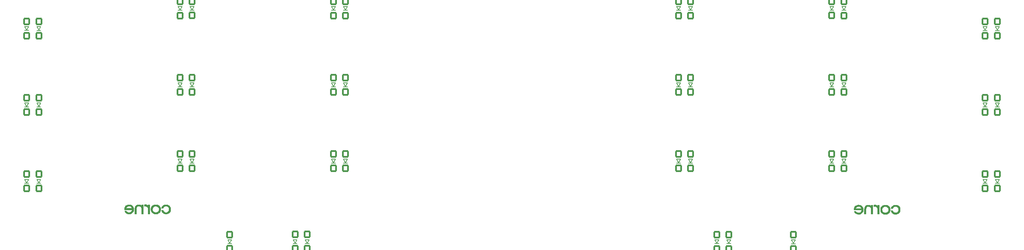
<source format=gbr>
%TF.GenerationSoftware,KiCad,Pcbnew,8.0.3*%
%TF.CreationDate,2024-08-02T01:13:42+01:00*%
%TF.ProjectId,corne-light,636f726e-652d-46c6-9967-68742e6b6963,2.0*%
%TF.SameCoordinates,Original*%
%TF.FileFunction,Legend,Bot*%
%TF.FilePolarity,Positive*%
%FSLAX46Y46*%
G04 Gerber Fmt 4.6, Leading zero omitted, Abs format (unit mm)*
G04 Created by KiCad (PCBNEW 8.0.3) date 2024-08-02 01:13:42*
%MOMM*%
%LPD*%
G01*
G04 APERTURE LIST*
G04 Aperture macros list*
%AMRoundRect*
0 Rectangle with rounded corners*
0 $1 Rounding radius*
0 $2 $3 $4 $5 $6 $7 $8 $9 X,Y pos of 4 corners*
0 Add a 4 corners polygon primitive as box body*
4,1,4,$2,$3,$4,$5,$6,$7,$8,$9,$2,$3,0*
0 Add four circle primitives for the rounded corners*
1,1,$1+$1,$2,$3*
1,1,$1+$1,$4,$5*
1,1,$1+$1,$6,$7*
1,1,$1+$1,$8,$9*
0 Add four rect primitives between the rounded corners*
20,1,$1+$1,$2,$3,$4,$5,0*
20,1,$1+$1,$4,$5,$6,$7,0*
20,1,$1+$1,$6,$7,$8,$9,0*
20,1,$1+$1,$8,$9,$2,$3,0*%
%AMHorizOval*
0 Thick line with rounded ends*
0 $1 width*
0 $2 $3 position (X,Y) of the first rounded end (center of the circle)*
0 $4 $5 position (X,Y) of the second rounded end (center of the circle)*
0 Add line between two ends*
20,1,$1,$2,$3,$4,$5,0*
0 Add two circle primitives to create the rounded ends*
1,1,$1,$2,$3*
1,1,$1,$4,$5*%
G04 Aperture macros list end*
%ADD10C,0.150000*%
%ADD11C,0.010000*%
%ADD12C,4.700000*%
%ADD13RoundRect,0.200000X-0.650000X0.700000X-0.650000X-0.700000X0.650000X-0.700000X0.650000X0.700000X0*%
%ADD14O,1.797000X2.178000*%
%ADD15O,2.900000X2.100000*%
%ADD16C,1.600000*%
%ADD17C,2.400000*%
%ADD18C,2.700000*%
%ADD19HorizOval,2.800000X-0.978148X0.207912X0.978148X-0.207912X0*%
%ADD20HorizOval,2.800000X-0.238157X-0.137500X0.238157X0.137500X0*%
%ADD21C,2.800000*%
%ADD22HorizOval,1.900000X0.735931X-1.249362X-0.735931X1.249362X0*%
%ADD23HorizOval,2.000000X0.150000X-0.259808X-0.150000X0.259808X0*%
%ADD24HorizOval,1.900000X0.175000X-0.303109X-0.175000X0.303109X0*%
%ADD25HorizOval,2.800000X-0.309017X0.951057X0.309017X-0.951057X0*%
%ADD26HorizOval,2.800000X-0.238157X0.137500X0.238157X-0.137500X0*%
%ADD27HorizOval,1.900000X0.714014X1.262016X-0.714014X-1.262016X0*%
%ADD28HorizOval,2.000000X0.150000X0.259808X-0.150000X-0.259808X0*%
%ADD29HorizOval,1.900000X0.175000X0.303109X-0.175000X-0.303109X0*%
%ADD30HorizOval,2.800000X-0.669131X-0.743145X0.669131X0.743145X0*%
%ADD31O,2.800000X3.350000*%
%ADD32HorizOval,1.900000X1.449945X0.012653X-1.449945X-0.012653X0*%
%ADD33O,2.600000X2.000000*%
%ADD34O,2.600000X1.900000*%
%ADD35HorizOval,2.800000X-0.453990X-0.891007X0.453990X0.891007X0*%
%ADD36HorizOval,2.800000X-0.071175X0.265630X0.071175X-0.265630X0*%
%ADD37HorizOval,1.900000X1.397264X0.387496X-1.397264X-0.387496X0*%
%ADD38HorizOval,2.000000X0.289778X0.077646X-0.289778X-0.077646X0*%
%ADD39HorizOval,1.900000X0.338074X0.090587X-0.338074X-0.090587X0*%
%ADD40HorizOval,2.800000X-0.838671X-0.544639X0.838671X0.544639X0*%
%ADD41HorizOval,2.800000X-0.071175X-0.265630X0.071175X0.265630X0*%
%ADD42HorizOval,1.900000X1.403814X-0.363051X-1.403814X0.363051X0*%
%ADD43HorizOval,2.000000X0.289778X-0.077646X-0.289778X0.077646X0*%
%ADD44HorizOval,1.900000X0.338074X-0.090587X-0.338074X0.090587X0*%
%ADD45C,1.924000*%
%ADD46C,0.700000*%
G04 APERTURE END LIST*
D10*
%TO.C,D13*%
X-44152000Y7268625D02*
X-45152000Y7268625D01*
X-45152000Y8268625D02*
X-44652000Y7368625D01*
X-44152000Y8268625D02*
X-45152000Y8268625D01*
X-44652000Y7368625D02*
X-44152000Y8268625D01*
%TO.C,D14*%
X-41152000Y7265500D02*
X-42152000Y7265500D01*
X-42152000Y8265500D02*
X-41652000Y7365500D01*
X-41152000Y8265500D02*
X-42152000Y8265500D01*
X-41652000Y7365500D02*
X-41152000Y8265500D01*
%TO.C,D34*%
X196345347Y7265068D02*
X195345347Y7265068D01*
X195345347Y8265068D02*
X195845347Y7365068D01*
X196345347Y8265068D02*
X195345347Y8265068D01*
X195845347Y7365068D02*
X196345347Y8265068D01*
%TO.C,D12*%
X34848000Y31265500D02*
X33848000Y31265500D01*
X33848000Y32265500D02*
X34348000Y31365500D01*
X34848000Y32265500D02*
X33848000Y32265500D01*
X34348000Y31365500D02*
X34848000Y32265500D01*
%TO.C,D33*%
X117345347Y31265068D02*
X116345347Y31265068D01*
X116345347Y32265068D02*
X116845347Y31365068D01*
X117345347Y32265068D02*
X116345347Y32265068D01*
X116845347Y31365068D02*
X117345347Y32265068D01*
%TO.C,D32*%
X120345347Y31265068D02*
X119345347Y31265068D01*
X119345347Y32265068D02*
X119845347Y31365068D01*
X120345347Y32265068D02*
X119345347Y32265068D01*
X119845347Y31365068D02*
X120345347Y32265068D01*
%TO.C,D31*%
X155345347Y31270068D02*
X154345347Y31270068D01*
X154345347Y32270068D02*
X154845347Y31370068D01*
X155345347Y32270068D02*
X154345347Y32270068D01*
X154845347Y31370068D02*
X155345347Y32270068D01*
%TO.C,D30*%
X158345347Y31265068D02*
X157345347Y31265068D01*
X157345347Y32265068D02*
X157845347Y31365068D01*
X158345347Y32265068D02*
X157345347Y32265068D01*
X157845347Y31365068D02*
X158345347Y32265068D01*
%TO.C,D29*%
X193345347Y26265068D02*
X192345347Y26265068D01*
X192345347Y27265068D02*
X192845347Y26365068D01*
X193345347Y27265068D02*
X192345347Y27265068D01*
X192845347Y26365068D02*
X193345347Y27265068D01*
%TO.C,D28*%
X196345347Y26265068D02*
X195345347Y26265068D01*
X195345347Y27265068D02*
X195845347Y26365068D01*
X196345347Y27265068D02*
X195345347Y27265068D01*
X195845347Y26365068D02*
X196345347Y27265068D01*
%TO.C,D27*%
X117345347Y50265068D02*
X116345347Y50265068D01*
X116345347Y51265068D02*
X116845347Y50365068D01*
X117345347Y51265068D02*
X116345347Y51265068D01*
X116845347Y50365068D02*
X117345347Y51265068D01*
%TO.C,D26*%
X120345347Y50265068D02*
X119345347Y50265068D01*
X119345347Y51265068D02*
X119845347Y50365068D01*
X120345347Y51265068D02*
X119345347Y51265068D01*
X119845347Y50365068D02*
X120345347Y51265068D01*
%TO.C,D25*%
X155345347Y50270068D02*
X154345347Y50270068D01*
X154345347Y51270068D02*
X154845347Y50370068D01*
X155345347Y51270068D02*
X154345347Y51270068D01*
X154845347Y50370068D02*
X155345347Y51270068D01*
%TO.C,D24*%
X158345347Y50265068D02*
X157345347Y50265068D01*
X157345347Y51265068D02*
X157845347Y50365068D01*
X158345347Y51265068D02*
X157345347Y51265068D01*
X157845347Y50365068D02*
X158345347Y51265068D01*
%TO.C,D23*%
X193345347Y45265068D02*
X192345347Y45265068D01*
X192345347Y46265068D02*
X192845347Y45365068D01*
X193345347Y46265068D02*
X192345347Y46265068D01*
X192845347Y45365068D02*
X193345347Y46265068D01*
%TO.C,D22*%
X196345347Y45265068D02*
X195345347Y45265068D01*
X195345347Y46265068D02*
X195845347Y45365068D01*
X196345347Y46265068D02*
X195345347Y46265068D01*
X195845347Y45365068D02*
X196345347Y46265068D01*
%TO.C,D42*%
X126855347Y-7729932D02*
X125855347Y-7729932D01*
X125855347Y-6729932D02*
X126355347Y-7629932D01*
X126855347Y-6729932D02*
X125855347Y-6729932D01*
X126355347Y-7629932D02*
X126855347Y-6729932D01*
%TO.C,D41*%
X129855347Y-7729932D02*
X128855347Y-7729932D01*
X128855347Y-6729932D02*
X129355347Y-7629932D01*
X129855347Y-6729932D02*
X128855347Y-6729932D01*
X129355347Y-7629932D02*
X129855347Y-6729932D01*
%TO.C,D40*%
X145845347Y-7744932D02*
X144845347Y-7744932D01*
X144845347Y-6744932D02*
X145345347Y-7644932D01*
X145845347Y-6744932D02*
X144845347Y-6744932D01*
X145345347Y-7644932D02*
X145845347Y-6744932D01*
%TO.C,D39*%
X117345347Y12265068D02*
X116345347Y12265068D01*
X116345347Y13265068D02*
X116845347Y12365068D01*
X117345347Y13265068D02*
X116345347Y13265068D01*
X116845347Y12365068D02*
X117345347Y13265068D01*
%TO.C,D38*%
X120345347Y12265068D02*
X119345347Y12265068D01*
X119345347Y13265068D02*
X119845347Y12365068D01*
X120345347Y13265068D02*
X119345347Y13265068D01*
X119845347Y12365068D02*
X120345347Y13265068D01*
%TO.C,D37*%
X155345347Y12270068D02*
X154345347Y12270068D01*
X154345347Y13270068D02*
X154845347Y12370068D01*
X155345347Y13270068D02*
X154345347Y13270068D01*
X154845347Y12370068D02*
X155345347Y13270068D01*
%TO.C,D36*%
X158345347Y12265068D02*
X157345347Y12265068D01*
X157345347Y13265068D02*
X157845347Y12365068D01*
X158345347Y13265068D02*
X157345347Y13265068D01*
X157845347Y12365068D02*
X158345347Y13265068D01*
%TO.C,D35*%
X193345347Y7265068D02*
X192345347Y7265068D01*
X192345347Y8265068D02*
X192845347Y7365068D01*
X193345347Y8265068D02*
X192345347Y8265068D01*
X192845347Y7365068D02*
X193345347Y8265068D01*
%TO.C,D1*%
X-44152000Y45268625D02*
X-45152000Y45268625D01*
X-45152000Y46268625D02*
X-44652000Y45368625D01*
X-44152000Y46268625D02*
X-45152000Y46268625D01*
X-44652000Y45368625D02*
X-44152000Y46268625D01*
%TO.C,D2*%
X-41152000Y45265500D02*
X-42152000Y45265500D01*
X-42152000Y46265500D02*
X-41652000Y45365500D01*
X-41152000Y46265500D02*
X-42152000Y46265500D01*
X-41652000Y45365500D02*
X-41152000Y46265500D01*
%TO.C,D3*%
X-6152000Y50265500D02*
X-7152000Y50265500D01*
X-7152000Y51265500D02*
X-6652000Y50365500D01*
X-6152000Y51265500D02*
X-7152000Y51265500D01*
X-6652000Y50365500D02*
X-6152000Y51265500D01*
%TO.C,D4*%
X-3152000Y50270500D02*
X-4152000Y50270500D01*
X-4152000Y51270500D02*
X-3652000Y50370500D01*
X-3152000Y51270500D02*
X-4152000Y51270500D01*
X-3652000Y50370500D02*
X-3152000Y51270500D01*
%TO.C,D5*%
X31848000Y50265500D02*
X30848000Y50265500D01*
X30848000Y51265500D02*
X31348000Y50365500D01*
X31848000Y51265500D02*
X30848000Y51265500D01*
X31348000Y50365500D02*
X31848000Y51265500D01*
%TO.C,D6*%
X34848000Y50265500D02*
X33848000Y50265500D01*
X33848000Y51265500D02*
X34348000Y50365500D01*
X34848000Y51265500D02*
X33848000Y51265500D01*
X34348000Y50365500D02*
X34848000Y51265500D01*
%TO.C,D7*%
X-44152000Y26268625D02*
X-45152000Y26268625D01*
X-45152000Y27268625D02*
X-44652000Y26368625D01*
X-44152000Y27268625D02*
X-45152000Y27268625D01*
X-44652000Y26368625D02*
X-44152000Y27268625D01*
%TO.C,D8*%
X-41152000Y26265500D02*
X-42152000Y26265500D01*
X-42152000Y27265500D02*
X-41652000Y26365500D01*
X-41152000Y27265500D02*
X-42152000Y27265500D01*
X-41652000Y26365500D02*
X-41152000Y27265500D01*
%TO.C,D9*%
X-6152000Y31265500D02*
X-7152000Y31265500D01*
X-7152000Y32265500D02*
X-6652000Y31365500D01*
X-6152000Y32265500D02*
X-7152000Y32265500D01*
X-6652000Y31365500D02*
X-6152000Y32265500D01*
%TO.C,D10*%
X-3152000Y31270500D02*
X-4152000Y31270500D01*
X-4152000Y32270500D02*
X-3652000Y31370500D01*
X-3152000Y32270500D02*
X-4152000Y32270500D01*
X-3652000Y31370500D02*
X-3152000Y32270500D01*
%TO.C,D11*%
X31848000Y31265500D02*
X30848000Y31265500D01*
X30848000Y32265500D02*
X31348000Y31365500D01*
X31848000Y32265500D02*
X30848000Y32265500D01*
X31348000Y31365500D02*
X31848000Y32265500D01*
%TO.C,D15*%
X-6152000Y12265500D02*
X-7152000Y12265500D01*
X-7152000Y13265500D02*
X-6652000Y12365500D01*
X-6152000Y13265500D02*
X-7152000Y13265500D01*
X-6652000Y12365500D02*
X-6152000Y13265500D01*
%TO.C,D16*%
X-3152000Y12270500D02*
X-4152000Y12270500D01*
X-4152000Y13270500D02*
X-3652000Y12370500D01*
X-3152000Y13270500D02*
X-4152000Y13270500D01*
X-3652000Y12370500D02*
X-3152000Y13270500D01*
%TO.C,D17*%
X31848000Y12265500D02*
X30848000Y12265500D01*
X30848000Y13265500D02*
X31348000Y12365500D01*
X31848000Y13265500D02*
X30848000Y13265500D01*
X31348000Y12365500D02*
X31848000Y13265500D01*
%TO.C,D18*%
X34848000Y12265500D02*
X33848000Y12265500D01*
X33848000Y13265500D02*
X34348000Y12365500D01*
X34848000Y13265500D02*
X33848000Y13265500D01*
X34348000Y12365500D02*
X34848000Y13265500D01*
%TO.C,D19*%
X6168000Y-7724500D02*
X5168000Y-7724500D01*
X5168000Y-6724500D02*
X5668000Y-7624500D01*
X6168000Y-6724500D02*
X5168000Y-6724500D01*
X5668000Y-7624500D02*
X6168000Y-6724500D01*
%TO.C,D20*%
X22348000Y-7719500D02*
X21348000Y-7719500D01*
X21348000Y-6719500D02*
X21848000Y-7619500D01*
X22348000Y-6719500D02*
X21348000Y-6719500D01*
X21848000Y-7619500D02*
X22348000Y-6719500D01*
%TO.C,D21*%
X25348000Y-7719500D02*
X24348000Y-7719500D01*
X24348000Y-6719500D02*
X24848000Y-7619500D01*
X25348000Y-6719500D02*
X24348000Y-6719500D01*
X24848000Y-7619500D02*
X25348000Y-6719500D01*
D11*
%TO.C,G\u002A\u002A\u002A*%
X163889005Y1907289D02*
X164058676Y1900884D01*
X164191022Y1882218D01*
X164297045Y1847931D01*
X164387748Y1794664D01*
X164474136Y1719058D01*
X164556400Y1636793D01*
X164556400Y1894700D01*
X164988200Y1894700D01*
X164988200Y-365900D01*
X164556400Y-365900D01*
X164556400Y302590D01*
X164556374Y358593D01*
X164555283Y582915D01*
X164551723Y764173D01*
X164544504Y908695D01*
X164532433Y1022811D01*
X164514321Y1112848D01*
X164488977Y1185135D01*
X164455209Y1245999D01*
X164411827Y1301769D01*
X164357640Y1358774D01*
X164277736Y1429028D01*
X164165638Y1493806D01*
X164035659Y1528683D01*
X163873188Y1539100D01*
X163818720Y1537501D01*
X163650397Y1507516D01*
X163514970Y1440394D01*
X163414063Y1337193D01*
X163349303Y1198966D01*
X163341405Y1167691D01*
X163331281Y1105463D01*
X163323578Y1021618D01*
X163318037Y910323D01*
X163314400Y765742D01*
X163312407Y582043D01*
X163311800Y353390D01*
X163311800Y-365900D01*
X162880000Y-365900D01*
X162880192Y300850D01*
X162880873Y450147D01*
X162883426Y634170D01*
X162887597Y803451D01*
X162893097Y948975D01*
X162899636Y1061730D01*
X162906925Y1132700D01*
X162918332Y1195146D01*
X162981621Y1404122D01*
X163078952Y1576827D01*
X163212202Y1715987D01*
X163383249Y1824329D01*
X163437430Y1850495D01*
X163501199Y1877319D01*
X163561510Y1894045D01*
X163631925Y1903049D01*
X163726009Y1906709D01*
X163857326Y1907400D01*
X163889005Y1907289D01*
G36*
X163889005Y1907289D02*
G01*
X164058676Y1900884D01*
X164191022Y1882218D01*
X164297045Y1847931D01*
X164387748Y1794664D01*
X164474136Y1719058D01*
X164556400Y1636793D01*
X164556400Y1894700D01*
X164988200Y1894700D01*
X164988200Y-365900D01*
X164556400Y-365900D01*
X164556400Y302590D01*
X164556374Y358593D01*
X164555283Y582915D01*
X164551723Y764173D01*
X164544504Y908695D01*
X164532433Y1022811D01*
X164514321Y1112848D01*
X164488977Y1185135D01*
X164455209Y1245999D01*
X164411827Y1301769D01*
X164357640Y1358774D01*
X164277736Y1429028D01*
X164165638Y1493806D01*
X164035659Y1528683D01*
X163873188Y1539100D01*
X163818720Y1537501D01*
X163650397Y1507516D01*
X163514970Y1440394D01*
X163414063Y1337193D01*
X163349303Y1198966D01*
X163341405Y1167691D01*
X163331281Y1105463D01*
X163323578Y1021618D01*
X163318037Y910323D01*
X163314400Y765742D01*
X163312407Y582043D01*
X163311800Y353390D01*
X163311800Y-365900D01*
X162880000Y-365900D01*
X162880192Y300850D01*
X162880873Y450147D01*
X162883426Y634170D01*
X162887597Y803451D01*
X162893097Y948975D01*
X162899636Y1061730D01*
X162906925Y1132700D01*
X162918332Y1195146D01*
X162981621Y1404122D01*
X163078952Y1576827D01*
X163212202Y1715987D01*
X163383249Y1824329D01*
X163437430Y1850495D01*
X163501199Y1877319D01*
X163561510Y1894045D01*
X163631925Y1903049D01*
X163726009Y1906709D01*
X163857326Y1907400D01*
X163889005Y1907289D01*
G37*
X165624458Y1925964D02*
X165797702Y1884233D01*
X165949554Y1813143D01*
X166067731Y1716554D01*
X166118500Y1660142D01*
X166143900Y1882000D01*
X166353450Y1889378D01*
X166563000Y1896755D01*
X166563000Y-365900D01*
X166131200Y-365900D01*
X166131200Y1026662D01*
X166048111Y1187631D01*
X165999234Y1269321D01*
X165877619Y1404444D01*
X165729048Y1499578D01*
X165559649Y1551361D01*
X165375550Y1556432D01*
X165242200Y1542771D01*
X165242200Y1913539D01*
X165388263Y1930064D01*
X165442110Y1934475D01*
X165624458Y1925964D01*
G36*
X165624458Y1925964D02*
G01*
X165797702Y1884233D01*
X165949554Y1813143D01*
X166067731Y1716554D01*
X166118500Y1660142D01*
X166143900Y1882000D01*
X166353450Y1889378D01*
X166563000Y1896755D01*
X166563000Y-365900D01*
X166131200Y-365900D01*
X166131200Y1026662D01*
X166048111Y1187631D01*
X165999234Y1269321D01*
X165877619Y1404444D01*
X165729048Y1499578D01*
X165559649Y1551361D01*
X165375550Y1556432D01*
X165242200Y1542771D01*
X165242200Y1913539D01*
X165388263Y1930064D01*
X165442110Y1934475D01*
X165624458Y1925964D01*
G37*
X162614459Y956839D02*
X162628192Y717258D01*
X162597656Y467201D01*
X162578499Y390251D01*
X162492126Y177910D01*
X162364675Y-10054D01*
X162201075Y-168523D01*
X162006255Y-292379D01*
X161785143Y-376504D01*
X161573827Y-413035D01*
X161332904Y-410009D01*
X161096198Y-362737D01*
X160873510Y-273273D01*
X160674643Y-143673D01*
X160644456Y-117246D01*
X160561726Y-29106D01*
X160482001Y74414D01*
X160417083Y177102D01*
X160378770Y262750D01*
X160373081Y286318D01*
X160378090Y305367D01*
X160405467Y315378D01*
X160464689Y319254D01*
X160565232Y319900D01*
X160768487Y319900D01*
X160904307Y184081D01*
X161019005Y84886D01*
X161156697Y9171D01*
X161310371Y-27627D01*
X161492628Y-30096D01*
X161505596Y-29183D01*
X161666258Y-4147D01*
X161802112Y47261D01*
X161891289Y101244D01*
X162011857Y205202D01*
X162107845Y326328D01*
X162171283Y453851D01*
X162194200Y577002D01*
X162194200Y650100D01*
X160289200Y650100D01*
X160289200Y797164D01*
X160305057Y992822D01*
X160319148Y1044812D01*
X160746400Y1044812D01*
X160746403Y1044486D01*
X160751712Y1033056D01*
X160770741Y1024080D01*
X160808788Y1017271D01*
X160871149Y1012342D01*
X160963121Y1009006D01*
X161090001Y1006979D01*
X161257086Y1005972D01*
X161469672Y1005700D01*
X162192943Y1005700D01*
X162168735Y1069373D01*
X162088351Y1228703D01*
X161969474Y1370014D01*
X161822940Y1471656D01*
X161731202Y1507461D01*
X161572072Y1538540D01*
X161401267Y1543486D01*
X161237153Y1522223D01*
X161098097Y1474674D01*
X161095039Y1473117D01*
X160995252Y1407305D01*
X160900848Y1319778D01*
X160821475Y1222327D01*
X160766777Y1126742D01*
X160746400Y1044812D01*
X160319148Y1044812D01*
X160365096Y1214338D01*
X160465941Y1412976D01*
X160603421Y1584653D01*
X160773367Y1725287D01*
X160971606Y1830795D01*
X161193970Y1897094D01*
X161436287Y1920100D01*
X161655574Y1905599D01*
X161852897Y1858754D01*
X162047501Y1774811D01*
X162160392Y1706828D01*
X162329421Y1560937D01*
X162462894Y1383857D01*
X162558633Y1180765D01*
X162602278Y1005700D01*
X162614459Y956839D01*
G36*
X162614459Y956839D02*
G01*
X162628192Y717258D01*
X162597656Y467201D01*
X162578499Y390251D01*
X162492126Y177910D01*
X162364675Y-10054D01*
X162201075Y-168523D01*
X162006255Y-292379D01*
X161785143Y-376504D01*
X161573827Y-413035D01*
X161332904Y-410009D01*
X161096198Y-362737D01*
X160873510Y-273273D01*
X160674643Y-143673D01*
X160644456Y-117246D01*
X160561726Y-29106D01*
X160482001Y74414D01*
X160417083Y177102D01*
X160378770Y262750D01*
X160373081Y286318D01*
X160378090Y305367D01*
X160405467Y315378D01*
X160464689Y319254D01*
X160565232Y319900D01*
X160768487Y319900D01*
X160904307Y184081D01*
X161019005Y84886D01*
X161156697Y9171D01*
X161310371Y-27627D01*
X161492628Y-30096D01*
X161505596Y-29183D01*
X161666258Y-4147D01*
X161802112Y47261D01*
X161891289Y101244D01*
X162011857Y205202D01*
X162107845Y326328D01*
X162171283Y453851D01*
X162194200Y577002D01*
X162194200Y650100D01*
X160289200Y650100D01*
X160289200Y797164D01*
X160305057Y992822D01*
X160319148Y1044812D01*
X160746400Y1044812D01*
X160746403Y1044486D01*
X160751712Y1033056D01*
X160770741Y1024080D01*
X160808788Y1017271D01*
X160871149Y1012342D01*
X160963121Y1009006D01*
X161090001Y1006979D01*
X161257086Y1005972D01*
X161469672Y1005700D01*
X162192943Y1005700D01*
X162168735Y1069373D01*
X162088351Y1228703D01*
X161969474Y1370014D01*
X161822940Y1471656D01*
X161731202Y1507461D01*
X161572072Y1538540D01*
X161401267Y1543486D01*
X161237153Y1522223D01*
X161098097Y1474674D01*
X161095039Y1473117D01*
X160995252Y1407305D01*
X160900848Y1319778D01*
X160821475Y1222327D01*
X160766777Y1126742D01*
X160746400Y1044812D01*
X160319148Y1044812D01*
X160365096Y1214338D01*
X160465941Y1412976D01*
X160603421Y1584653D01*
X160773367Y1725287D01*
X160971606Y1830795D01*
X161193970Y1897094D01*
X161436287Y1920100D01*
X161655574Y1905599D01*
X161852897Y1858754D01*
X162047501Y1774811D01*
X162160392Y1706828D01*
X162329421Y1560937D01*
X162462894Y1383857D01*
X162558633Y1180765D01*
X162602278Y1005700D01*
X162614459Y956839D01*
G37*
X169289401Y564872D02*
X169269349Y461624D01*
X169235163Y337398D01*
X169196818Y234605D01*
X169145944Y139514D01*
X169015345Y-30135D01*
X168848379Y-177593D01*
X168653647Y-295901D01*
X168439747Y-378099D01*
X168406926Y-386229D01*
X168261440Y-406150D01*
X168091719Y-410787D01*
X167916165Y-400967D01*
X167753179Y-377519D01*
X167621160Y-341270D01*
X167546259Y-309921D01*
X167337821Y-191269D01*
X167161225Y-41074D01*
X167021981Y135328D01*
X166925595Y332600D01*
X166922644Y341225D01*
X166895457Y462949D01*
X166880475Y615187D01*
X166878528Y723202D01*
X167283507Y723202D01*
X167305490Y546099D01*
X167358480Y390034D01*
X167362913Y381159D01*
X167470090Y224823D01*
X167614556Y101153D01*
X167791836Y14032D01*
X167904396Y-16743D01*
X168107811Y-32963D01*
X168312802Y-2618D01*
X168509542Y73480D01*
X168516326Y77135D01*
X168610322Y147798D01*
X168704305Y249167D01*
X168784706Y364559D01*
X168837959Y477293D01*
X168858091Y558634D01*
X168872426Y706276D01*
X168867067Y862974D01*
X168843081Y1009693D01*
X168801535Y1127399D01*
X168696555Y1281140D01*
X168562566Y1400230D01*
X168407376Y1483978D01*
X168238351Y1532551D01*
X168062858Y1546114D01*
X167888264Y1524834D01*
X167721936Y1468877D01*
X167571239Y1378408D01*
X167443542Y1253594D01*
X167346211Y1094600D01*
X167333879Y1065079D01*
X167292861Y902483D01*
X167283507Y723202D01*
X166878528Y723202D01*
X166877470Y781920D01*
X166886215Y947129D01*
X166906482Y1094795D01*
X166938044Y1208900D01*
X167002592Y1343684D01*
X167136175Y1532278D01*
X167304325Y1685635D01*
X167503975Y1801693D01*
X167732060Y1878389D01*
X167985514Y1913660D01*
X168161595Y1916353D01*
X168347470Y1898219D01*
X168518795Y1853447D01*
X168693081Y1778697D01*
X168737140Y1755431D01*
X168925813Y1622813D01*
X169079143Y1457135D01*
X169194650Y1263448D01*
X169269850Y1046807D01*
X169302262Y812264D01*
X169296752Y706276D01*
X169289401Y564872D01*
G36*
X169289401Y564872D02*
G01*
X169269349Y461624D01*
X169235163Y337398D01*
X169196818Y234605D01*
X169145944Y139514D01*
X169015345Y-30135D01*
X168848379Y-177593D01*
X168653647Y-295901D01*
X168439747Y-378099D01*
X168406926Y-386229D01*
X168261440Y-406150D01*
X168091719Y-410787D01*
X167916165Y-400967D01*
X167753179Y-377519D01*
X167621160Y-341270D01*
X167546259Y-309921D01*
X167337821Y-191269D01*
X167161225Y-41074D01*
X167021981Y135328D01*
X166925595Y332600D01*
X166922644Y341225D01*
X166895457Y462949D01*
X166880475Y615187D01*
X166878528Y723202D01*
X167283507Y723202D01*
X167305490Y546099D01*
X167358480Y390034D01*
X167362913Y381159D01*
X167470090Y224823D01*
X167614556Y101153D01*
X167791836Y14032D01*
X167904396Y-16743D01*
X168107811Y-32963D01*
X168312802Y-2618D01*
X168509542Y73480D01*
X168516326Y77135D01*
X168610322Y147798D01*
X168704305Y249167D01*
X168784706Y364559D01*
X168837959Y477293D01*
X168858091Y558634D01*
X168872426Y706276D01*
X168867067Y862974D01*
X168843081Y1009693D01*
X168801535Y1127399D01*
X168696555Y1281140D01*
X168562566Y1400230D01*
X168407376Y1483978D01*
X168238351Y1532551D01*
X168062858Y1546114D01*
X167888264Y1524834D01*
X167721936Y1468877D01*
X167571239Y1378408D01*
X167443542Y1253594D01*
X167346211Y1094600D01*
X167333879Y1065079D01*
X167292861Y902483D01*
X167283507Y723202D01*
X166878528Y723202D01*
X166877470Y781920D01*
X166886215Y947129D01*
X166906482Y1094795D01*
X166938044Y1208900D01*
X167002592Y1343684D01*
X167136175Y1532278D01*
X167304325Y1685635D01*
X167503975Y1801693D01*
X167732060Y1878389D01*
X167985514Y1913660D01*
X168161595Y1916353D01*
X168347470Y1898219D01*
X168518795Y1853447D01*
X168693081Y1778697D01*
X168737140Y1755431D01*
X168925813Y1622813D01*
X169079143Y1457135D01*
X169194650Y1263448D01*
X169269850Y1046807D01*
X169302262Y812264D01*
X169296752Y706276D01*
X169289401Y564872D01*
G37*
X170744245Y1913608D02*
X170928217Y1889586D01*
X171084200Y1845698D01*
X171087431Y1844415D01*
X171291624Y1737184D01*
X171470738Y1591474D01*
X171617003Y1414957D01*
X171722649Y1215303D01*
X171742270Y1162006D01*
X171761702Y1090264D01*
X171773379Y1009312D01*
X171779081Y905306D01*
X171780586Y764400D01*
X171776207Y595070D01*
X171758809Y443362D01*
X171724230Y312613D01*
X171668340Y187659D01*
X171587011Y53335D01*
X171520117Y-31789D01*
X171380740Y-157360D01*
X171211049Y-265377D01*
X171023413Y-348443D01*
X170830200Y-399164D01*
X170634682Y-414694D01*
X170400940Y-392413D01*
X170174093Y-329311D01*
X169965236Y-228631D01*
X169785462Y-93619D01*
X169746571Y-53376D01*
X169672131Y41459D01*
X169601122Y151248D01*
X169541076Y262719D01*
X169499525Y362598D01*
X169484000Y437613D01*
X169485503Y462906D01*
X169497005Y482508D01*
X169528716Y492880D01*
X169590832Y496939D01*
X169693550Y497605D01*
X169903100Y497510D01*
X169949733Y384111D01*
X169971316Y337394D01*
X170069526Y197878D01*
X170200710Y88209D01*
X170356428Y11715D01*
X170528241Y-28273D01*
X170707711Y-28426D01*
X170886398Y14585D01*
X171033721Y86197D01*
X171168596Y198362D01*
X171274325Y348969D01*
X171297387Y397178D01*
X171343241Y551173D01*
X171363927Y725098D01*
X171358144Y900576D01*
X171324593Y1059233D01*
X171318395Y1076953D01*
X171236547Y1229974D01*
X171116484Y1359411D01*
X170966935Y1459279D01*
X170796631Y1523590D01*
X170614301Y1546358D01*
X170572415Y1545039D01*
X170407636Y1515646D01*
X170252037Y1452488D01*
X170115862Y1361997D01*
X170009357Y1250606D01*
X169942767Y1124746D01*
X169911861Y1031101D01*
X169697931Y1031100D01*
X169650971Y1031157D01*
X169556388Y1034351D01*
X169503702Y1048239D01*
X169486417Y1080739D01*
X169498036Y1139769D01*
X169532063Y1233246D01*
X169566718Y1313312D01*
X169684278Y1498512D01*
X169841207Y1656464D01*
X170032650Y1782861D01*
X170253752Y1873398D01*
X170368451Y1899512D01*
X170551313Y1917128D01*
X170744245Y1913608D01*
G36*
X170744245Y1913608D02*
G01*
X170928217Y1889586D01*
X171084200Y1845698D01*
X171087431Y1844415D01*
X171291624Y1737184D01*
X171470738Y1591474D01*
X171617003Y1414957D01*
X171722649Y1215303D01*
X171742270Y1162006D01*
X171761702Y1090264D01*
X171773379Y1009312D01*
X171779081Y905306D01*
X171780586Y764400D01*
X171776207Y595070D01*
X171758809Y443362D01*
X171724230Y312613D01*
X171668340Y187659D01*
X171587011Y53335D01*
X171520117Y-31789D01*
X171380740Y-157360D01*
X171211049Y-265377D01*
X171023413Y-348443D01*
X170830200Y-399164D01*
X170634682Y-414694D01*
X170400940Y-392413D01*
X170174093Y-329311D01*
X169965236Y-228631D01*
X169785462Y-93619D01*
X169746571Y-53376D01*
X169672131Y41459D01*
X169601122Y151248D01*
X169541076Y262719D01*
X169499525Y362598D01*
X169484000Y437613D01*
X169485503Y462906D01*
X169497005Y482508D01*
X169528716Y492880D01*
X169590832Y496939D01*
X169693550Y497605D01*
X169903100Y497510D01*
X169949733Y384111D01*
X169971316Y337394D01*
X170069526Y197878D01*
X170200710Y88209D01*
X170356428Y11715D01*
X170528241Y-28273D01*
X170707711Y-28426D01*
X170886398Y14585D01*
X171033721Y86197D01*
X171168596Y198362D01*
X171274325Y348969D01*
X171297387Y397178D01*
X171343241Y551173D01*
X171363927Y725098D01*
X171358144Y900576D01*
X171324593Y1059233D01*
X171318395Y1076953D01*
X171236547Y1229974D01*
X171116484Y1359411D01*
X170966935Y1459279D01*
X170796631Y1523590D01*
X170614301Y1546358D01*
X170572415Y1545039D01*
X170407636Y1515646D01*
X170252037Y1452488D01*
X170115862Y1361997D01*
X170009357Y1250606D01*
X169942767Y1124746D01*
X169911861Y1031101D01*
X169697931Y1031100D01*
X169650971Y1031157D01*
X169556388Y1034351D01*
X169503702Y1048239D01*
X169486417Y1080739D01*
X169498036Y1139769D01*
X169532063Y1233246D01*
X169566718Y1313312D01*
X169684278Y1498512D01*
X169841207Y1656464D01*
X170032650Y1782861D01*
X170253752Y1873398D01*
X170368451Y1899512D01*
X170551313Y1917128D01*
X170744245Y1913608D01*
G37*
X-10035755Y1993608D02*
X-9851783Y1969586D01*
X-9695800Y1925698D01*
X-9692569Y1924415D01*
X-9488376Y1817184D01*
X-9309262Y1671474D01*
X-9162997Y1494957D01*
X-9057351Y1295303D01*
X-9037730Y1242006D01*
X-9018298Y1170264D01*
X-9006621Y1089312D01*
X-9000919Y985306D01*
X-8999414Y844400D01*
X-9003793Y675070D01*
X-9021191Y523362D01*
X-9055770Y392613D01*
X-9111660Y267659D01*
X-9192989Y133335D01*
X-9259883Y48211D01*
X-9399260Y-77360D01*
X-9568951Y-185377D01*
X-9756587Y-268443D01*
X-9949800Y-319164D01*
X-10145318Y-334694D01*
X-10379060Y-312413D01*
X-10605907Y-249311D01*
X-10814764Y-148631D01*
X-10994538Y-13619D01*
X-11033429Y26624D01*
X-11107869Y121459D01*
X-11178878Y231248D01*
X-11238924Y342719D01*
X-11280475Y442598D01*
X-11296000Y517613D01*
X-11294497Y542906D01*
X-11282995Y562508D01*
X-11251284Y572880D01*
X-11189168Y576939D01*
X-11086450Y577605D01*
X-10876900Y577510D01*
X-10830267Y464111D01*
X-10808684Y417394D01*
X-10710474Y277878D01*
X-10579290Y168209D01*
X-10423572Y91715D01*
X-10251759Y51727D01*
X-10072289Y51574D01*
X-9893602Y94585D01*
X-9746279Y166197D01*
X-9611404Y278362D01*
X-9505675Y428969D01*
X-9482613Y477178D01*
X-9436759Y631173D01*
X-9416073Y805098D01*
X-9421856Y980576D01*
X-9455407Y1139233D01*
X-9461605Y1156953D01*
X-9543453Y1309974D01*
X-9663516Y1439411D01*
X-9813065Y1539279D01*
X-9983369Y1603590D01*
X-10165699Y1626358D01*
X-10207585Y1625039D01*
X-10372364Y1595646D01*
X-10527963Y1532488D01*
X-10664138Y1441997D01*
X-10770643Y1330606D01*
X-10837233Y1204746D01*
X-10868139Y1111101D01*
X-11082069Y1111100D01*
X-11129029Y1111157D01*
X-11223612Y1114351D01*
X-11276298Y1128239D01*
X-11293583Y1160739D01*
X-11281964Y1219769D01*
X-11247937Y1313246D01*
X-11213282Y1393312D01*
X-11095722Y1578512D01*
X-10938793Y1736464D01*
X-10747350Y1862861D01*
X-10526248Y1953398D01*
X-10411549Y1979512D01*
X-10228687Y1997128D01*
X-10035755Y1993608D01*
G36*
X-10035755Y1993608D02*
G01*
X-9851783Y1969586D01*
X-9695800Y1925698D01*
X-9692569Y1924415D01*
X-9488376Y1817184D01*
X-9309262Y1671474D01*
X-9162997Y1494957D01*
X-9057351Y1295303D01*
X-9037730Y1242006D01*
X-9018298Y1170264D01*
X-9006621Y1089312D01*
X-9000919Y985306D01*
X-8999414Y844400D01*
X-9003793Y675070D01*
X-9021191Y523362D01*
X-9055770Y392613D01*
X-9111660Y267659D01*
X-9192989Y133335D01*
X-9259883Y48211D01*
X-9399260Y-77360D01*
X-9568951Y-185377D01*
X-9756587Y-268443D01*
X-9949800Y-319164D01*
X-10145318Y-334694D01*
X-10379060Y-312413D01*
X-10605907Y-249311D01*
X-10814764Y-148631D01*
X-10994538Y-13619D01*
X-11033429Y26624D01*
X-11107869Y121459D01*
X-11178878Y231248D01*
X-11238924Y342719D01*
X-11280475Y442598D01*
X-11296000Y517613D01*
X-11294497Y542906D01*
X-11282995Y562508D01*
X-11251284Y572880D01*
X-11189168Y576939D01*
X-11086450Y577605D01*
X-10876900Y577510D01*
X-10830267Y464111D01*
X-10808684Y417394D01*
X-10710474Y277878D01*
X-10579290Y168209D01*
X-10423572Y91715D01*
X-10251759Y51727D01*
X-10072289Y51574D01*
X-9893602Y94585D01*
X-9746279Y166197D01*
X-9611404Y278362D01*
X-9505675Y428969D01*
X-9482613Y477178D01*
X-9436759Y631173D01*
X-9416073Y805098D01*
X-9421856Y980576D01*
X-9455407Y1139233D01*
X-9461605Y1156953D01*
X-9543453Y1309974D01*
X-9663516Y1439411D01*
X-9813065Y1539279D01*
X-9983369Y1603590D01*
X-10165699Y1626358D01*
X-10207585Y1625039D01*
X-10372364Y1595646D01*
X-10527963Y1532488D01*
X-10664138Y1441997D01*
X-10770643Y1330606D01*
X-10837233Y1204746D01*
X-10868139Y1111101D01*
X-11082069Y1111100D01*
X-11129029Y1111157D01*
X-11223612Y1114351D01*
X-11276298Y1128239D01*
X-11293583Y1160739D01*
X-11281964Y1219769D01*
X-11247937Y1313246D01*
X-11213282Y1393312D01*
X-11095722Y1578512D01*
X-10938793Y1736464D01*
X-10747350Y1862861D01*
X-10526248Y1953398D01*
X-10411549Y1979512D01*
X-10228687Y1997128D01*
X-10035755Y1993608D01*
G37*
X-11490599Y644872D02*
X-11510651Y541624D01*
X-11544837Y417398D01*
X-11583182Y314605D01*
X-11634056Y219514D01*
X-11764655Y49865D01*
X-11931621Y-97593D01*
X-12126353Y-215901D01*
X-12340253Y-298099D01*
X-12373074Y-306229D01*
X-12518560Y-326150D01*
X-12688281Y-330787D01*
X-12863835Y-320967D01*
X-13026821Y-297519D01*
X-13158840Y-261270D01*
X-13233741Y-229921D01*
X-13442179Y-111269D01*
X-13618775Y38926D01*
X-13758019Y215328D01*
X-13854405Y412600D01*
X-13857356Y421225D01*
X-13884543Y542949D01*
X-13899525Y695187D01*
X-13901472Y803202D01*
X-13496493Y803202D01*
X-13474510Y626099D01*
X-13421520Y470034D01*
X-13417087Y461159D01*
X-13309910Y304823D01*
X-13165444Y181153D01*
X-12988164Y94032D01*
X-12875604Y63257D01*
X-12672189Y47037D01*
X-12467198Y77382D01*
X-12270458Y153480D01*
X-12263674Y157135D01*
X-12169678Y227798D01*
X-12075695Y329167D01*
X-11995294Y444559D01*
X-11942041Y557293D01*
X-11921909Y638634D01*
X-11907574Y786276D01*
X-11912933Y942974D01*
X-11936919Y1089693D01*
X-11978465Y1207399D01*
X-12083445Y1361140D01*
X-12217434Y1480230D01*
X-12372624Y1563978D01*
X-12541649Y1612551D01*
X-12717142Y1626114D01*
X-12891736Y1604834D01*
X-13058064Y1548877D01*
X-13208761Y1458408D01*
X-13336458Y1333594D01*
X-13433789Y1174600D01*
X-13446121Y1145079D01*
X-13487139Y982483D01*
X-13496493Y803202D01*
X-13901472Y803202D01*
X-13902530Y861920D01*
X-13893785Y1027129D01*
X-13873518Y1174795D01*
X-13841956Y1288900D01*
X-13777408Y1423684D01*
X-13643825Y1612278D01*
X-13475675Y1765635D01*
X-13276025Y1881693D01*
X-13047940Y1958389D01*
X-12794486Y1993660D01*
X-12618405Y1996353D01*
X-12432530Y1978219D01*
X-12261205Y1933447D01*
X-12086919Y1858697D01*
X-12042860Y1835431D01*
X-11854187Y1702813D01*
X-11700857Y1537135D01*
X-11585350Y1343448D01*
X-11510150Y1126807D01*
X-11477738Y892264D01*
X-11483248Y786276D01*
X-11490599Y644872D01*
G36*
X-11490599Y644872D02*
G01*
X-11510651Y541624D01*
X-11544837Y417398D01*
X-11583182Y314605D01*
X-11634056Y219514D01*
X-11764655Y49865D01*
X-11931621Y-97593D01*
X-12126353Y-215901D01*
X-12340253Y-298099D01*
X-12373074Y-306229D01*
X-12518560Y-326150D01*
X-12688281Y-330787D01*
X-12863835Y-320967D01*
X-13026821Y-297519D01*
X-13158840Y-261270D01*
X-13233741Y-229921D01*
X-13442179Y-111269D01*
X-13618775Y38926D01*
X-13758019Y215328D01*
X-13854405Y412600D01*
X-13857356Y421225D01*
X-13884543Y542949D01*
X-13899525Y695187D01*
X-13901472Y803202D01*
X-13496493Y803202D01*
X-13474510Y626099D01*
X-13421520Y470034D01*
X-13417087Y461159D01*
X-13309910Y304823D01*
X-13165444Y181153D01*
X-12988164Y94032D01*
X-12875604Y63257D01*
X-12672189Y47037D01*
X-12467198Y77382D01*
X-12270458Y153480D01*
X-12263674Y157135D01*
X-12169678Y227798D01*
X-12075695Y329167D01*
X-11995294Y444559D01*
X-11942041Y557293D01*
X-11921909Y638634D01*
X-11907574Y786276D01*
X-11912933Y942974D01*
X-11936919Y1089693D01*
X-11978465Y1207399D01*
X-12083445Y1361140D01*
X-12217434Y1480230D01*
X-12372624Y1563978D01*
X-12541649Y1612551D01*
X-12717142Y1626114D01*
X-12891736Y1604834D01*
X-13058064Y1548877D01*
X-13208761Y1458408D01*
X-13336458Y1333594D01*
X-13433789Y1174600D01*
X-13446121Y1145079D01*
X-13487139Y982483D01*
X-13496493Y803202D01*
X-13901472Y803202D01*
X-13902530Y861920D01*
X-13893785Y1027129D01*
X-13873518Y1174795D01*
X-13841956Y1288900D01*
X-13777408Y1423684D01*
X-13643825Y1612278D01*
X-13475675Y1765635D01*
X-13276025Y1881693D01*
X-13047940Y1958389D01*
X-12794486Y1993660D01*
X-12618405Y1996353D01*
X-12432530Y1978219D01*
X-12261205Y1933447D01*
X-12086919Y1858697D01*
X-12042860Y1835431D01*
X-11854187Y1702813D01*
X-11700857Y1537135D01*
X-11585350Y1343448D01*
X-11510150Y1126807D01*
X-11477738Y892264D01*
X-11483248Y786276D01*
X-11490599Y644872D01*
G37*
X-18165541Y1036839D02*
X-18151808Y797258D01*
X-18182344Y547201D01*
X-18201501Y470251D01*
X-18287874Y257910D01*
X-18415325Y69946D01*
X-18578925Y-88523D01*
X-18773745Y-212379D01*
X-18994857Y-296504D01*
X-19206173Y-333035D01*
X-19447096Y-330009D01*
X-19683802Y-282737D01*
X-19906490Y-193273D01*
X-20105357Y-63673D01*
X-20135544Y-37246D01*
X-20218274Y50894D01*
X-20297999Y154414D01*
X-20362917Y257102D01*
X-20401230Y342750D01*
X-20406919Y366318D01*
X-20401910Y385367D01*
X-20374533Y395378D01*
X-20315311Y399254D01*
X-20214768Y399900D01*
X-20011513Y399900D01*
X-19875693Y264081D01*
X-19760995Y164886D01*
X-19623303Y89171D01*
X-19469629Y52373D01*
X-19287372Y49904D01*
X-19274404Y50817D01*
X-19113742Y75853D01*
X-18977888Y127261D01*
X-18888711Y181244D01*
X-18768143Y285202D01*
X-18672155Y406328D01*
X-18608717Y533851D01*
X-18585800Y657002D01*
X-18585800Y730100D01*
X-20490800Y730100D01*
X-20490800Y877164D01*
X-20474943Y1072822D01*
X-20460852Y1124812D01*
X-20033600Y1124812D01*
X-20033597Y1124486D01*
X-20028288Y1113056D01*
X-20009259Y1104080D01*
X-19971212Y1097271D01*
X-19908851Y1092342D01*
X-19816879Y1089006D01*
X-19689999Y1086979D01*
X-19522914Y1085972D01*
X-19310328Y1085700D01*
X-18587057Y1085700D01*
X-18611265Y1149373D01*
X-18691649Y1308703D01*
X-18810526Y1450014D01*
X-18957060Y1551656D01*
X-19048798Y1587461D01*
X-19207928Y1618540D01*
X-19378733Y1623486D01*
X-19542847Y1602223D01*
X-19681903Y1554674D01*
X-19684961Y1553117D01*
X-19784748Y1487305D01*
X-19879152Y1399778D01*
X-19958525Y1302327D01*
X-20013223Y1206742D01*
X-20033600Y1124812D01*
X-20460852Y1124812D01*
X-20414904Y1294338D01*
X-20314059Y1492976D01*
X-20176579Y1664653D01*
X-20006633Y1805287D01*
X-19808394Y1910795D01*
X-19586030Y1977094D01*
X-19343713Y2000100D01*
X-19124426Y1985599D01*
X-18927103Y1938754D01*
X-18732499Y1854811D01*
X-18619608Y1786828D01*
X-18450579Y1640937D01*
X-18317106Y1463857D01*
X-18221367Y1260765D01*
X-18177722Y1085700D01*
X-18165541Y1036839D01*
G36*
X-18165541Y1036839D02*
G01*
X-18151808Y797258D01*
X-18182344Y547201D01*
X-18201501Y470251D01*
X-18287874Y257910D01*
X-18415325Y69946D01*
X-18578925Y-88523D01*
X-18773745Y-212379D01*
X-18994857Y-296504D01*
X-19206173Y-333035D01*
X-19447096Y-330009D01*
X-19683802Y-282737D01*
X-19906490Y-193273D01*
X-20105357Y-63673D01*
X-20135544Y-37246D01*
X-20218274Y50894D01*
X-20297999Y154414D01*
X-20362917Y257102D01*
X-20401230Y342750D01*
X-20406919Y366318D01*
X-20401910Y385367D01*
X-20374533Y395378D01*
X-20315311Y399254D01*
X-20214768Y399900D01*
X-20011513Y399900D01*
X-19875693Y264081D01*
X-19760995Y164886D01*
X-19623303Y89171D01*
X-19469629Y52373D01*
X-19287372Y49904D01*
X-19274404Y50817D01*
X-19113742Y75853D01*
X-18977888Y127261D01*
X-18888711Y181244D01*
X-18768143Y285202D01*
X-18672155Y406328D01*
X-18608717Y533851D01*
X-18585800Y657002D01*
X-18585800Y730100D01*
X-20490800Y730100D01*
X-20490800Y877164D01*
X-20474943Y1072822D01*
X-20460852Y1124812D01*
X-20033600Y1124812D01*
X-20033597Y1124486D01*
X-20028288Y1113056D01*
X-20009259Y1104080D01*
X-19971212Y1097271D01*
X-19908851Y1092342D01*
X-19816879Y1089006D01*
X-19689999Y1086979D01*
X-19522914Y1085972D01*
X-19310328Y1085700D01*
X-18587057Y1085700D01*
X-18611265Y1149373D01*
X-18691649Y1308703D01*
X-18810526Y1450014D01*
X-18957060Y1551656D01*
X-19048798Y1587461D01*
X-19207928Y1618540D01*
X-19378733Y1623486D01*
X-19542847Y1602223D01*
X-19681903Y1554674D01*
X-19684961Y1553117D01*
X-19784748Y1487305D01*
X-19879152Y1399778D01*
X-19958525Y1302327D01*
X-20013223Y1206742D01*
X-20033600Y1124812D01*
X-20460852Y1124812D01*
X-20414904Y1294338D01*
X-20314059Y1492976D01*
X-20176579Y1664653D01*
X-20006633Y1805287D01*
X-19808394Y1910795D01*
X-19586030Y1977094D01*
X-19343713Y2000100D01*
X-19124426Y1985599D01*
X-18927103Y1938754D01*
X-18732499Y1854811D01*
X-18619608Y1786828D01*
X-18450579Y1640937D01*
X-18317106Y1463857D01*
X-18221367Y1260765D01*
X-18177722Y1085700D01*
X-18165541Y1036839D01*
G37*
X-15155542Y2005964D02*
X-14982298Y1964233D01*
X-14830446Y1893143D01*
X-14712269Y1796554D01*
X-14661500Y1740142D01*
X-14636100Y1962000D01*
X-14426550Y1969378D01*
X-14217000Y1976755D01*
X-14217000Y-285900D01*
X-14648800Y-285900D01*
X-14648800Y1106662D01*
X-14731889Y1267631D01*
X-14780766Y1349321D01*
X-14902381Y1484444D01*
X-15050952Y1579578D01*
X-15220351Y1631361D01*
X-15404450Y1636432D01*
X-15537800Y1622771D01*
X-15537800Y1993539D01*
X-15391737Y2010064D01*
X-15337890Y2014475D01*
X-15155542Y2005964D01*
G36*
X-15155542Y2005964D02*
G01*
X-14982298Y1964233D01*
X-14830446Y1893143D01*
X-14712269Y1796554D01*
X-14661500Y1740142D01*
X-14636100Y1962000D01*
X-14426550Y1969378D01*
X-14217000Y1976755D01*
X-14217000Y-285900D01*
X-14648800Y-285900D01*
X-14648800Y1106662D01*
X-14731889Y1267631D01*
X-14780766Y1349321D01*
X-14902381Y1484444D01*
X-15050952Y1579578D01*
X-15220351Y1631361D01*
X-15404450Y1636432D01*
X-15537800Y1622771D01*
X-15537800Y1993539D01*
X-15391737Y2010064D01*
X-15337890Y2014475D01*
X-15155542Y2005964D01*
G37*
X-16890995Y1987289D02*
X-16721324Y1980884D01*
X-16588978Y1962218D01*
X-16482955Y1927931D01*
X-16392252Y1874664D01*
X-16305864Y1799058D01*
X-16223600Y1716793D01*
X-16223600Y1974700D01*
X-15791800Y1974700D01*
X-15791800Y-285900D01*
X-16223600Y-285900D01*
X-16223600Y382590D01*
X-16223626Y438593D01*
X-16224717Y662915D01*
X-16228277Y844173D01*
X-16235496Y988695D01*
X-16247567Y1102811D01*
X-16265679Y1192848D01*
X-16291023Y1265135D01*
X-16324791Y1325999D01*
X-16368173Y1381769D01*
X-16422360Y1438774D01*
X-16502264Y1509028D01*
X-16614362Y1573806D01*
X-16744341Y1608683D01*
X-16906812Y1619100D01*
X-16961280Y1617501D01*
X-17129603Y1587516D01*
X-17265030Y1520394D01*
X-17365937Y1417193D01*
X-17430697Y1278966D01*
X-17438595Y1247691D01*
X-17448719Y1185463D01*
X-17456422Y1101618D01*
X-17461963Y990323D01*
X-17465600Y845742D01*
X-17467593Y662043D01*
X-17468200Y433390D01*
X-17468200Y-285900D01*
X-17900000Y-285900D01*
X-17899808Y380850D01*
X-17899127Y530147D01*
X-17896574Y714170D01*
X-17892403Y883451D01*
X-17886903Y1028975D01*
X-17880364Y1141730D01*
X-17873075Y1212700D01*
X-17861668Y1275146D01*
X-17798379Y1484122D01*
X-17701048Y1656827D01*
X-17567798Y1795987D01*
X-17396751Y1904329D01*
X-17342570Y1930495D01*
X-17278801Y1957319D01*
X-17218490Y1974045D01*
X-17148075Y1983049D01*
X-17053991Y1986709D01*
X-16922674Y1987400D01*
X-16890995Y1987289D01*
G36*
X-16890995Y1987289D02*
G01*
X-16721324Y1980884D01*
X-16588978Y1962218D01*
X-16482955Y1927931D01*
X-16392252Y1874664D01*
X-16305864Y1799058D01*
X-16223600Y1716793D01*
X-16223600Y1974700D01*
X-15791800Y1974700D01*
X-15791800Y-285900D01*
X-16223600Y-285900D01*
X-16223600Y382590D01*
X-16223626Y438593D01*
X-16224717Y662915D01*
X-16228277Y844173D01*
X-16235496Y988695D01*
X-16247567Y1102811D01*
X-16265679Y1192848D01*
X-16291023Y1265135D01*
X-16324791Y1325999D01*
X-16368173Y1381769D01*
X-16422360Y1438774D01*
X-16502264Y1509028D01*
X-16614362Y1573806D01*
X-16744341Y1608683D01*
X-16906812Y1619100D01*
X-16961280Y1617501D01*
X-17129603Y1587516D01*
X-17265030Y1520394D01*
X-17365937Y1417193D01*
X-17430697Y1278966D01*
X-17438595Y1247691D01*
X-17448719Y1185463D01*
X-17456422Y1101618D01*
X-17461963Y990323D01*
X-17465600Y845742D01*
X-17467593Y662043D01*
X-17468200Y433390D01*
X-17468200Y-285900D01*
X-17900000Y-285900D01*
X-17899808Y380850D01*
X-17899127Y530147D01*
X-17896574Y714170D01*
X-17892403Y883451D01*
X-17886903Y1028975D01*
X-17880364Y1141730D01*
X-17873075Y1212700D01*
X-17861668Y1275146D01*
X-17798379Y1484122D01*
X-17701048Y1656827D01*
X-17567798Y1795987D01*
X-17396751Y1904329D01*
X-17342570Y1930495D01*
X-17278801Y1957319D01*
X-17218490Y1974045D01*
X-17148075Y1983049D01*
X-17053991Y1986709D01*
X-16922674Y1987400D01*
X-16890995Y1987289D01*
G37*
%TD*%
%LPC*%
D12*
%TO.C,Ref\u002A\u002A*%
X175373000Y36258568D03*
%TD*%
%TO.C,Ref\u002A\u002A*%
X175373000Y17258568D03*
%TD*%
%TO.C,Ref\u002A\u002A*%
X-24127000Y36240500D03*
%TD*%
%TO.C,Ref\u002A\u002A*%
X-24127000Y17240500D03*
%TD*%
D13*
%TO.C,D13*%
X-44652000Y9543625D03*
X-44652000Y5993625D03*
%TD*%
%TO.C,D14*%
X-41652000Y9540500D03*
X-41652000Y5990500D03*
%TD*%
%TO.C,D34*%
X195845347Y9540068D03*
X195845347Y5990068D03*
%TD*%
%TO.C,D12*%
X34348000Y33540500D03*
X34348000Y29990500D03*
%TD*%
%TO.C,D33*%
X116845347Y33540068D03*
X116845347Y29990068D03*
%TD*%
%TO.C,D32*%
X119845347Y33540068D03*
X119845347Y29990068D03*
%TD*%
%TO.C,D31*%
X154845347Y33545068D03*
X154845347Y29995068D03*
%TD*%
%TO.C,D30*%
X157845347Y33540068D03*
X157845347Y29990068D03*
%TD*%
%TO.C,D29*%
X192845347Y28540068D03*
X192845347Y24990068D03*
%TD*%
%TO.C,D28*%
X195845347Y28540068D03*
X195845347Y24990068D03*
%TD*%
%TO.C,D27*%
X116845347Y52540068D03*
X116845347Y48990068D03*
%TD*%
%TO.C,D26*%
X119845347Y52540068D03*
X119845347Y48990068D03*
%TD*%
%TO.C,D25*%
X154845347Y52545068D03*
X154845347Y48995068D03*
%TD*%
%TO.C,D24*%
X157845347Y52540068D03*
X157845347Y48990068D03*
%TD*%
%TO.C,D23*%
X192845347Y47540068D03*
X192845347Y43990068D03*
%TD*%
%TO.C,D22*%
X195845347Y47540068D03*
X195845347Y43990068D03*
%TD*%
%TO.C,D42*%
X126355347Y-5454932D03*
X126355347Y-9004932D03*
%TD*%
%TO.C,D41*%
X129355347Y-5454932D03*
X129355347Y-9004932D03*
%TD*%
%TO.C,D40*%
X145345347Y-5469932D03*
X145345347Y-9019932D03*
%TD*%
%TO.C,D39*%
X116845347Y14540068D03*
X116845347Y10990068D03*
%TD*%
%TO.C,D38*%
X119845347Y14540068D03*
X119845347Y10990068D03*
%TD*%
%TO.C,D37*%
X154845347Y14545068D03*
X154845347Y10995068D03*
%TD*%
%TO.C,D36*%
X157845347Y14540068D03*
X157845347Y10990068D03*
%TD*%
%TO.C,D35*%
X192845347Y9540068D03*
X192845347Y5990068D03*
%TD*%
%TO.C,D1*%
X-44652000Y47543625D03*
X-44652000Y43993625D03*
%TD*%
%TO.C,D2*%
X-41652000Y47540500D03*
X-41652000Y43990500D03*
%TD*%
%TO.C,D3*%
X-6652000Y52540500D03*
X-6652000Y48990500D03*
%TD*%
%TO.C,D4*%
X-3652000Y52545500D03*
X-3652000Y48995500D03*
%TD*%
%TO.C,D5*%
X31348000Y52540500D03*
X31348000Y48990500D03*
%TD*%
%TO.C,D6*%
X34348000Y52540500D03*
X34348000Y48990500D03*
%TD*%
%TO.C,D7*%
X-44652000Y28543625D03*
X-44652000Y24993625D03*
%TD*%
%TO.C,D8*%
X-41652000Y28540500D03*
X-41652000Y24990500D03*
%TD*%
%TO.C,D9*%
X-6652000Y33540500D03*
X-6652000Y29990500D03*
%TD*%
%TO.C,D10*%
X-3652000Y33545500D03*
X-3652000Y29995500D03*
%TD*%
%TO.C,D11*%
X31348000Y33540500D03*
X31348000Y29990500D03*
%TD*%
%TO.C,D15*%
X-6652000Y14540500D03*
X-6652000Y10990500D03*
%TD*%
%TO.C,D16*%
X-3652000Y14545500D03*
X-3652000Y10995500D03*
%TD*%
%TO.C,D17*%
X31348000Y14540500D03*
X31348000Y10990500D03*
%TD*%
%TO.C,D18*%
X34348000Y14540500D03*
X34348000Y10990500D03*
%TD*%
%TO.C,D19*%
X5668000Y-5449500D03*
X5668000Y-8999500D03*
%TD*%
%TO.C,D20*%
X21848000Y-5444500D03*
X21848000Y-8994500D03*
%TD*%
%TO.C,D21*%
X24848000Y-5444500D03*
X24848000Y-8994500D03*
%TD*%
D14*
%TO.C,J7*%
X93038000Y14375500D03*
X90498000Y14375500D03*
X87958000Y14375500D03*
X85418000Y14375500D03*
%TD*%
%TO.C,J2*%
X65809000Y14517500D03*
X63269000Y14517500D03*
X60729000Y14517500D03*
X58189000Y14517500D03*
%TD*%
D15*
%TO.C,J6*%
X91568347Y5020068D03*
X90068347Y9220068D03*
X86068347Y9220068D03*
X83068347Y9220068D03*
D16*
X88268347Y7120068D03*
X81268347Y7120068D03*
%TD*%
D15*
%TO.C,J1*%
X59575000Y9353500D03*
X61075000Y5153500D03*
X65075000Y5153500D03*
X68075000Y5153500D03*
D16*
X62875000Y7253500D03*
X69875000Y7253500D03*
%TD*%
D17*
%TO.C,RSW2*%
X81535347Y18118068D03*
X81535347Y11618068D03*
%TD*%
%TO.C,RSW1*%
X69665000Y18264500D03*
X69665000Y11764500D03*
%TD*%
D18*
%TO.C,Ref\u002A\u002A*%
X96050347Y7143068D03*
%TD*%
%TO.C,Ref\u002A\u002A*%
X81491347Y-1399932D03*
%TD*%
%TO.C,Ref\u002A\u002A*%
X69537000Y-1254500D03*
%TD*%
%TO.C,Ref\u002A\u002A*%
X55105000Y7266500D03*
%TD*%
D12*
%TO.C,Ref\u002A\u002A*%
X194356347Y17258568D03*
%TD*%
%TO.C,Ref\u002A\u002A*%
X194356347Y36258568D03*
%TD*%
%TO.C,Ref\u002A\u002A*%
X151216347Y-11432D03*
%TD*%
%TO.C,Ref\u002A\u002A*%
X104646347Y-7761432D03*
%TD*%
%TO.C,Ref\u002A\u002A*%
X118396347Y39748568D03*
%TD*%
%TO.C,Ref\u002A\u002A*%
X46566000Y-7614500D03*
%TD*%
%TO.C,Ref\u002A\u002A*%
X0Y0D03*
%TD*%
%TO.C,Ref\u002A\u002A*%
X-43144000Y36265000D03*
%TD*%
%TO.C,Ref\u002A\u002A*%
X32811000Y39755000D03*
%TD*%
%TO.C,Ref\u002A\u002A*%
X-43144000Y17265000D03*
%TD*%
D19*
%TO.C,SW42*%
X95381860Y-9251947D03*
D20*
X99502269Y-13374996D03*
D21*
X96309449Y-9444868D03*
D22*
X100843496Y-14217267D03*
D23*
X88167848Y-11143202D03*
D24*
X88985797Y-16559932D03*
%TD*%
D25*
%TO.C,SW21*%
X52680618Y-14674340D03*
D26*
X54191078Y-9044436D03*
D21*
X52383898Y-13774564D03*
D27*
X54249893Y-7461764D03*
D28*
X57925499Y-19976230D03*
D29*
X62207550Y-16559500D03*
%TD*%
D30*
%TO.C,SW18*%
X39217131Y13433645D03*
D31*
X44848000Y14940500D03*
D21*
X39848000Y14140500D03*
D32*
X46248042Y15680901D03*
D33*
X37248000Y6240500D03*
D34*
X42348000Y4240500D03*
%TD*%
D30*
%TO.C,SW32*%
X124714478Y34808213D03*
D31*
X130345347Y36315068D03*
D21*
X125345347Y35515068D03*
D32*
X131745389Y37055469D03*
D33*
X122745347Y27615068D03*
D34*
X127845347Y25615068D03*
%TD*%
D30*
%TO.C,SW11*%
X20217131Y34808645D03*
D31*
X25848000Y36315500D03*
D21*
X20848000Y35515500D03*
D32*
X27248042Y37055901D03*
D33*
X18248000Y27615500D03*
D34*
X23348000Y25615500D03*
%TD*%
D30*
%TO.C,SW33*%
X105714478Y32433213D03*
D31*
X111345347Y33940068D03*
D21*
X106345347Y33140068D03*
D32*
X112745389Y34680469D03*
D33*
X103745347Y25240068D03*
D34*
X108845347Y23240068D03*
%TD*%
D35*
%TO.C,SW41*%
X112468830Y-7489327D03*
D36*
X117517830Y-4576440D03*
D21*
X112895256Y-6643276D03*
D37*
X118678537Y-3498910D03*
D38*
X112428520Y-14947020D03*
D39*
X117872379Y-15558894D03*
%TD*%
D30*
%TO.C,SW8*%
X-36782869Y30058645D03*
D31*
X-31152000Y31565500D03*
D21*
X-36152000Y30765500D03*
D32*
X-29751958Y32305901D03*
D33*
X-38752000Y22865500D03*
D34*
X-33652000Y20865500D03*
%TD*%
D30*
%TO.C,SW7*%
X-55782869Y30058645D03*
D31*
X-50152000Y31565500D03*
D21*
X-55152000Y30765500D03*
D32*
X-48751958Y32305901D03*
D33*
X-57752000Y22865500D03*
D34*
X-52652000Y20865500D03*
%TD*%
D30*
%TO.C,SW1*%
X-55782869Y49058645D03*
D31*
X-50152000Y50565500D03*
D21*
X-55152000Y49765500D03*
D32*
X-48751958Y51305901D03*
D33*
X-57752000Y41865500D03*
D34*
X-52652000Y39865500D03*
%TD*%
D30*
%TO.C,SW2*%
X-36782869Y49058645D03*
D31*
X-31152000Y50565500D03*
D21*
X-36152000Y49765500D03*
D32*
X-29751958Y51305901D03*
D33*
X-38752000Y41865500D03*
D34*
X-33652000Y39865500D03*
%TD*%
D30*
%TO.C,SW37*%
X143714478Y18183213D03*
D31*
X149345347Y19690068D03*
D21*
X144345347Y18890068D03*
D32*
X150745389Y20430469D03*
D33*
X141745347Y10990068D03*
D34*
X146845347Y8990068D03*
%TD*%
D30*
%TO.C,SW9*%
X-17782869Y34808645D03*
D31*
X-12152000Y36315500D03*
D21*
X-17152000Y35515500D03*
D32*
X-10751958Y37055901D03*
D33*
X-19752000Y27615500D03*
D34*
X-14652000Y25615500D03*
%TD*%
D30*
%TO.C,SW26*%
X124714478Y53808213D03*
D31*
X130345347Y55315068D03*
D21*
X125345347Y54515068D03*
D32*
X131745389Y56055469D03*
D33*
X122745347Y46615068D03*
D34*
X127845347Y44615068D03*
%TD*%
D30*
%TO.C,SW3*%
X-17782869Y53808645D03*
D31*
X-12152000Y55315500D03*
D21*
X-17152000Y54515500D03*
D32*
X-10751958Y56055901D03*
D33*
X-19752000Y46615500D03*
D34*
X-14652000Y44615500D03*
%TD*%
D30*
%TO.C,SW14*%
X-36782869Y11058645D03*
D31*
X-31152000Y12565500D03*
D21*
X-36152000Y11765500D03*
D32*
X-29751958Y13305901D03*
D33*
X-38752000Y3865500D03*
D34*
X-33652000Y1865500D03*
%TD*%
D30*
%TO.C,SW27*%
X105714478Y51433213D03*
D31*
X111345347Y52940068D03*
D21*
X106345347Y52140068D03*
D32*
X112745389Y53680469D03*
D33*
X103745347Y44240068D03*
D34*
X108845347Y42240068D03*
%TD*%
D30*
%TO.C,SW12*%
X39217131Y32433645D03*
D31*
X44848000Y33940500D03*
D21*
X39848000Y33140500D03*
D32*
X46248042Y34680901D03*
D33*
X37248000Y25240500D03*
D34*
X42348000Y23240500D03*
%TD*%
D40*
%TO.C,SW20*%
X32676141Y-5868238D03*
D41*
X38505146Y-5870104D03*
D21*
X33468462Y-5348749D03*
D42*
X40049113Y-5517289D03*
D43*
X28912384Y-12306634D03*
D44*
X33320968Y-15558462D03*
%TD*%
D30*
%TO.C,SW10*%
X1217131Y37183645D03*
D31*
X6848000Y38690500D03*
D21*
X1848000Y37890500D03*
D32*
X8248042Y39430901D03*
D33*
X-752000Y29990500D03*
D34*
X4348000Y27990500D03*
%TD*%
D30*
%TO.C,SW15*%
X-17782869Y15808645D03*
D31*
X-12152000Y17315500D03*
D21*
X-17152000Y16515500D03*
D32*
X-10751958Y18055901D03*
D33*
X-19752000Y8615500D03*
D34*
X-14652000Y6615500D03*
%TD*%
D30*
%TO.C,SW16*%
X1217131Y18183645D03*
D31*
X6848000Y19690500D03*
D21*
X1848000Y18890500D03*
D32*
X8248042Y20430901D03*
D33*
X-752000Y10990500D03*
D34*
X4348000Y8990500D03*
%TD*%
D30*
%TO.C,SW17*%
X20217131Y15808645D03*
D31*
X25848000Y17315500D03*
D21*
X20848000Y16515500D03*
D32*
X27248042Y18055901D03*
D33*
X18248000Y8615500D03*
D34*
X23348000Y6615500D03*
%TD*%
D30*
%TO.C,SW19*%
X10717131Y-3816355D03*
D31*
X16348000Y-2309500D03*
D21*
X11348000Y-3109500D03*
D32*
X17748042Y-1569099D03*
D33*
X8748000Y-11009500D03*
D34*
X13848000Y-13009500D03*
%TD*%
D30*
%TO.C,SW13*%
X-55782869Y11058645D03*
D31*
X-50152000Y12565500D03*
D21*
X-55152000Y11765500D03*
D32*
X-48751958Y13305901D03*
D33*
X-57752000Y3865500D03*
D34*
X-52652000Y1865500D03*
%TD*%
D30*
%TO.C,SW39*%
X105714478Y13433213D03*
D31*
X111345347Y14940068D03*
D21*
X106345347Y14140068D03*
D32*
X112745389Y15680469D03*
D33*
X103745347Y6240068D03*
D34*
X108845347Y4240068D03*
%TD*%
D30*
%TO.C,SW28*%
X200714478Y30058213D03*
D31*
X206345347Y31565068D03*
D21*
X201345347Y30765068D03*
D32*
X207745389Y32305469D03*
D33*
X198745347Y22865068D03*
D34*
X203845347Y20865068D03*
%TD*%
D30*
%TO.C,SW23*%
X181714478Y49058213D03*
D31*
X187345347Y50565068D03*
D21*
X182345347Y49765068D03*
D32*
X188745389Y51305469D03*
D33*
X179745347Y41865068D03*
D34*
X184845347Y39865068D03*
%TD*%
D30*
%TO.C,SW40*%
X134214478Y-3816787D03*
D31*
X139845347Y-2309932D03*
D21*
X134845347Y-3109932D03*
D32*
X141245389Y-1569531D03*
D33*
X132245347Y-11009932D03*
D34*
X137345347Y-13009932D03*
%TD*%
D30*
%TO.C,SW38*%
X124714478Y15808213D03*
D31*
X130345347Y17315068D03*
D21*
X125345347Y16515068D03*
D32*
X131745389Y18055469D03*
D33*
X122745347Y8615068D03*
D34*
X127845347Y6615068D03*
%TD*%
D30*
%TO.C,SW36*%
X162714478Y15808213D03*
D31*
X168345347Y17315068D03*
D21*
X163345347Y16515068D03*
D32*
X169745389Y18055469D03*
D33*
X160745347Y8615068D03*
D34*
X165845347Y6615068D03*
%TD*%
D30*
%TO.C,SW35*%
X181714478Y11058213D03*
D31*
X187345347Y12565068D03*
D21*
X182345347Y11765068D03*
D32*
X188745389Y13305469D03*
D33*
X179745347Y3865068D03*
D34*
X184845347Y1865068D03*
%TD*%
D30*
%TO.C,SW34*%
X200714478Y11058213D03*
D31*
X206345347Y12565068D03*
D21*
X201345347Y11765068D03*
D32*
X207745389Y13305469D03*
D33*
X198745347Y3865068D03*
D34*
X203845347Y1865068D03*
%TD*%
D30*
%TO.C,SW31*%
X143714478Y37183213D03*
D31*
X149345347Y38690068D03*
D21*
X144345347Y37890068D03*
D32*
X150745389Y39430469D03*
D33*
X141745347Y29990068D03*
D34*
X146845347Y27990068D03*
%TD*%
D30*
%TO.C,SW30*%
X162714478Y34808213D03*
D31*
X168345347Y36315068D03*
D21*
X163345347Y35515068D03*
D32*
X169745389Y37055469D03*
D33*
X160745347Y27615068D03*
D34*
X165845347Y25615068D03*
%TD*%
D30*
%TO.C,SW29*%
X181714478Y30058213D03*
D31*
X187345347Y31565068D03*
D21*
X182345347Y30765068D03*
D32*
X188745389Y32305469D03*
D33*
X179745347Y22865068D03*
D34*
X184845347Y20865068D03*
%TD*%
D30*
%TO.C,SW25*%
X143714478Y56183213D03*
D31*
X149345347Y57690068D03*
D21*
X144345347Y56890068D03*
D32*
X150745389Y58430469D03*
D33*
X141745347Y48990068D03*
D34*
X146845347Y46990068D03*
%TD*%
D30*
%TO.C,SW24*%
X162714478Y53808213D03*
D31*
X168345347Y55315068D03*
D21*
X163345347Y54515068D03*
D32*
X169745389Y56055469D03*
D33*
X160745347Y46615068D03*
D34*
X165845347Y44615068D03*
%TD*%
D30*
%TO.C,SW22*%
X200714478Y49058213D03*
D31*
X206345347Y50565068D03*
D21*
X201345347Y49765068D03*
D32*
X207745389Y51305469D03*
D33*
X198745347Y41865068D03*
D34*
X203845347Y39865068D03*
%TD*%
D30*
%TO.C,SW4*%
X1217131Y56183645D03*
D31*
X6848000Y57690500D03*
D21*
X1848000Y56890500D03*
D32*
X8248042Y58430901D03*
D33*
X-752000Y48990500D03*
D34*
X4348000Y46990500D03*
%TD*%
D30*
%TO.C,SW5*%
X20217131Y53808645D03*
D31*
X25848000Y55315500D03*
D21*
X20848000Y54515500D03*
D32*
X27248042Y56055901D03*
D33*
X18248000Y46615500D03*
D34*
X23348000Y44615500D03*
%TD*%
D30*
%TO.C,SW6*%
X39217131Y51433645D03*
D31*
X44848000Y52940500D03*
D21*
X39848000Y52140500D03*
D32*
X46248042Y53680901D03*
D33*
X37248000Y44240500D03*
D34*
X42348000Y42240500D03*
%TD*%
D45*
%TO.C,U2*%
X81614747Y49477068D03*
X81614747Y46937068D03*
X81614747Y44397068D03*
X81614747Y41857068D03*
X81614747Y39317068D03*
X81614747Y36777068D03*
X81614747Y34237068D03*
X81614747Y31697068D03*
X81614747Y29157068D03*
X81614747Y26617068D03*
X81614747Y24077068D03*
X81614747Y21537068D03*
X96834747Y21537068D03*
X96834747Y24077068D03*
X96834747Y26617068D03*
X96834747Y29157068D03*
X96834747Y31697068D03*
X96834747Y34237068D03*
X96834747Y36777068D03*
X96834747Y39317068D03*
X96834747Y41857068D03*
X96834747Y44397068D03*
X96834747Y46937068D03*
X96834747Y49477068D03*
%TD*%
%TO.C,U1*%
X54444400Y49603500D03*
X54444400Y47063500D03*
X54444400Y44523500D03*
X54444400Y41983500D03*
X54444400Y39443500D03*
X54444400Y36903500D03*
X54444400Y34363500D03*
X54444400Y31823500D03*
X54444400Y29283500D03*
X54444400Y26743500D03*
X54444400Y24203500D03*
X54444400Y21663500D03*
X69664400Y21663500D03*
X69664400Y24203500D03*
X69664400Y26743500D03*
X69664400Y29283500D03*
X69664400Y31823500D03*
X69664400Y34363500D03*
X69664400Y36903500D03*
X69664400Y39443500D03*
X69664400Y41983500D03*
X69664400Y44523500D03*
X69664400Y47063500D03*
X69664400Y49603500D03*
%TD*%
D46*
%TO.C,J5*%
X164800500Y-1704500D03*
X163613000Y-1704500D03*
X165394250Y-1704500D03*
X164206750Y-1704500D03*
X168363000Y-1704500D03*
X167769250Y-1704500D03*
X167175500Y-1704500D03*
X166581750Y-1704500D03*
X165988000Y-1704500D03*
%TD*%
%TO.C,J5*%
X202800500Y-1704500D03*
X201613000Y-1704500D03*
X203394250Y-1704500D03*
X202206750Y-1704500D03*
X206363000Y-1704500D03*
X205769250Y-1704500D03*
X205175500Y-1704500D03*
X204581750Y-1704500D03*
X203988000Y-1704500D03*
%TD*%
%TO.C,J5*%
X164770500Y59715500D03*
X163583000Y59715500D03*
X165364250Y59715500D03*
X164176750Y59715500D03*
X168333000Y59715500D03*
X167739250Y59715500D03*
X167145500Y59715500D03*
X166551750Y59715500D03*
X165958000Y59715500D03*
%TD*%
%TO.C,J5*%
X126750500Y59705500D03*
X125563000Y59705500D03*
X127344250Y59705500D03*
X126156750Y59705500D03*
X130313000Y59705500D03*
X129719250Y59705500D03*
X129125500Y59705500D03*
X128531750Y59705500D03*
X127938000Y59705500D03*
%TD*%
%TO.C,J5*%
X22230500Y59715500D03*
X21043000Y59715500D03*
X22824250Y59715500D03*
X21636750Y59715500D03*
X25793000Y59715500D03*
X25199250Y59715500D03*
X24605500Y59715500D03*
X24011750Y59715500D03*
X23418000Y59715500D03*
%TD*%
%TO.C,J5*%
X-15739500Y59715500D03*
X-16927000Y59715500D03*
X-15145750Y59715500D03*
X-16333250Y59715500D03*
X-12177000Y59715500D03*
X-12770750Y59715500D03*
X-13364500Y59715500D03*
X-13958250Y59715500D03*
X-14552000Y59715500D03*
%TD*%
%TO.C,J5*%
X-15842500Y-1694500D03*
X-17030000Y-1694500D03*
X-15248750Y-1694500D03*
X-16436250Y-1694500D03*
X-12280000Y-1694500D03*
X-12873750Y-1694500D03*
X-13467500Y-1694500D03*
X-14061250Y-1694500D03*
X-14655000Y-1694500D03*
%TD*%
%TO.C,J5*%
X-53830750Y-1694500D03*
X-55018250Y-1694500D03*
X-53237000Y-1694500D03*
X-54424500Y-1694500D03*
X-50268250Y-1694500D03*
X-50862000Y-1694500D03*
X-51455750Y-1694500D03*
X-52049500Y-1694500D03*
X-52643250Y-1694500D03*
%TD*%
%LPD*%
M02*

</source>
